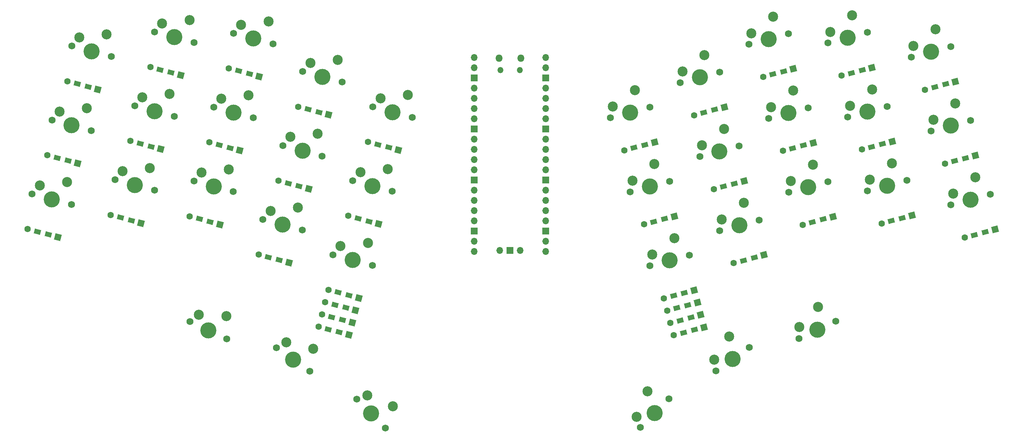
<source format=gbs>
G04 #@! TF.GenerationSoftware,KiCad,Pcbnew,(6.0.4)*
G04 #@! TF.CreationDate,2022-05-01T20:55:42-04:00*
G04 #@! TF.ProjectId,crowboard,63726f77-626f-4617-9264-2e6b69636164,rev?*
G04 #@! TF.SameCoordinates,Original*
G04 #@! TF.FileFunction,Soldermask,Bot*
G04 #@! TF.FilePolarity,Negative*
%FSLAX46Y46*%
G04 Gerber Fmt 4.6, Leading zero omitted, Abs format (unit mm)*
G04 Created by KiCad (PCBNEW (6.0.4)) date 2022-05-01 20:55:42*
%MOMM*%
%LPD*%
G01*
G04 APERTURE LIST*
G04 Aperture macros list*
%AMRotRect*
0 Rectangle, with rotation*
0 The origin of the aperture is its center*
0 $1 length*
0 $2 width*
0 $3 Rotation angle, in degrees counterclockwise*
0 Add horizontal line*
21,1,$1,$2,0,0,$3*%
G04 Aperture macros list end*
%ADD10C,1.750000*%
%ADD11C,4.000000*%
%ADD12C,2.500000*%
%ADD13RotRect,1.600000X1.200000X345.000000*%
%ADD14RotRect,1.600000X1.600000X345.000000*%
%ADD15C,1.600000*%
%ADD16RotRect,1.600000X1.200000X15.000000*%
%ADD17RotRect,1.600000X1.600000X15.000000*%
%ADD18O,1.500000X1.500000*%
%ADD19O,1.800000X1.800000*%
%ADD20O,1.700000X1.700000*%
%ADD21R,1.700000X1.700000*%
G04 APERTURE END LIST*
D10*
X87637726Y-87031338D03*
D11*
X92544629Y-88346139D03*
D10*
X97451532Y-89660940D03*
D12*
X89521852Y-84906587D03*
X96312881Y-84096636D03*
D13*
X39159473Y-72398128D03*
D14*
X41574288Y-73045175D03*
D15*
X34040066Y-71026387D03*
D13*
X36454881Y-71673434D03*
D16*
X199977492Y-59725756D03*
D17*
X202392307Y-59078709D03*
D16*
X197272900Y-60450450D03*
D15*
X194858085Y-61097497D03*
D10*
X70510764Y-42998160D03*
X60696958Y-40368558D03*
D11*
X65603861Y-41683359D03*
D12*
X62581084Y-38243807D03*
X69372113Y-37433856D03*
D17*
X264785284Y-71121827D03*
D16*
X262370469Y-71768874D03*
X259665877Y-72493568D03*
D15*
X257251062Y-73140615D03*
D11*
X223285982Y-78954529D03*
D10*
X228192885Y-77639728D03*
X218379079Y-80269330D03*
D12*
X218948404Y-77487178D03*
X224424633Y-73390225D03*
D14*
X103967265Y-61002057D03*
D13*
X101552450Y-60355010D03*
D15*
X96433043Y-58983269D03*
D13*
X98847858Y-59630316D03*
X113995646Y-87519918D03*
D14*
X116410461Y-88166965D03*
D15*
X108876239Y-86148177D03*
D13*
X111291054Y-86795224D03*
D14*
X111479959Y-106567852D03*
D13*
X109065144Y-105920805D03*
X106360552Y-105196111D03*
D15*
X103945737Y-104549064D03*
D10*
X35160087Y-62287241D03*
X44973893Y-64916843D03*
D11*
X40066990Y-63602042D03*
D12*
X37044213Y-60162490D03*
X43835242Y-59352539D03*
D16*
X204907994Y-78126643D03*
D17*
X207322809Y-77479596D03*
D16*
X202203402Y-78851337D03*
D15*
X199788587Y-79498384D03*
D17*
X244124583Y-67618590D03*
D16*
X241709768Y-68265637D03*
X239005176Y-68990331D03*
D15*
X236590361Y-69637378D03*
D11*
X85237373Y-42013640D03*
D10*
X90144276Y-43328441D03*
X80330470Y-40698839D03*
D12*
X82214596Y-38574088D03*
X89005625Y-37764137D03*
D13*
X96621947Y-78755897D03*
D14*
X99036762Y-79402944D03*
D13*
X93917355Y-78031203D03*
D15*
X91502540Y-77384156D03*
D13*
X74523183Y-87626059D03*
D14*
X76937998Y-88273106D03*
D13*
X71818591Y-86901365D03*
D15*
X69403776Y-86254318D03*
D11*
X201187218Y-70084367D03*
D10*
X196280315Y-71399168D03*
X206094121Y-68769566D03*
D12*
X196849640Y-68617016D03*
X202325869Y-64520063D03*
D10*
X208638037Y-118881203D03*
D11*
X204476745Y-121794971D03*
D10*
X200315453Y-124708739D03*
D12*
X199898892Y-121899651D03*
X203643623Y-116176794D03*
D16*
X222076256Y-68595918D03*
D17*
X224491071Y-67948871D03*
D15*
X216956849Y-69967659D03*
D16*
X219371664Y-69320612D03*
D14*
X62234988Y-69541938D03*
D13*
X59820173Y-68894891D03*
X57115581Y-68170197D03*
D15*
X54700766Y-67523150D03*
D11*
X35136488Y-82002929D03*
D10*
X30229585Y-80688128D03*
X40043391Y-83317730D03*
D12*
X32113711Y-78563377D03*
X38904740Y-77753426D03*
D14*
X57304486Y-87942825D03*
D13*
X54889671Y-87295778D03*
X52185079Y-86571084D03*
D15*
X49770264Y-85924037D03*
D13*
X91691445Y-97156784D03*
D14*
X94106260Y-97803831D03*
D15*
X86572038Y-95785043D03*
D13*
X88986853Y-96432090D03*
D14*
X86684300Y-51440598D03*
D13*
X84269485Y-50793551D03*
X81564893Y-50068857D03*
D15*
X79150078Y-49421810D03*
D14*
X36643785Y-91446062D03*
D13*
X34228970Y-90799015D03*
X31524378Y-90074321D03*
D15*
X29109563Y-89427274D03*
D10*
X228151586Y-43137275D03*
D11*
X233058489Y-41822474D03*
D10*
X237965392Y-40507673D03*
D12*
X228720911Y-40355123D03*
X234197140Y-36258170D03*
D10*
X50835952Y-77170332D03*
X60649758Y-79799934D03*
D11*
X55742855Y-78485133D03*
D12*
X52720078Y-75045581D03*
X59511107Y-74235630D03*
D11*
X44997493Y-45201155D03*
D10*
X49904396Y-46515956D03*
X40090590Y-43886354D03*
D12*
X41974716Y-41761603D03*
X48765745Y-40951652D03*
D10*
X193705258Y-95919915D03*
X183891452Y-98549517D03*
D11*
X188798355Y-97234716D03*
D12*
X184460777Y-95767365D03*
X189937006Y-91670412D03*
D10*
X118120736Y-138916360D03*
X110936532Y-131732156D03*
D11*
X114528634Y-135324258D03*
D12*
X113630608Y-130834130D03*
X119916788Y-133528207D03*
D10*
X114981097Y-59022702D03*
X124794903Y-61652304D03*
D11*
X119888000Y-60337503D03*
D12*
X116865223Y-56897951D03*
X123656252Y-56088000D03*
D16*
X182603793Y-68489776D03*
D17*
X185018608Y-67842729D03*
D15*
X177484386Y-69861517D03*
D16*
X179899201Y-69214470D03*
D14*
X46571198Y-54662082D03*
D13*
X44156383Y-54015035D03*
D15*
X39036976Y-52643294D03*
D13*
X41451791Y-53290341D03*
D10*
X258727626Y-83427728D03*
D11*
X263634529Y-82112927D03*
D10*
X268541432Y-80798126D03*
D12*
X259296951Y-80645576D03*
X264773180Y-76548623D03*
D11*
X253773523Y-45311153D03*
D10*
X248866620Y-46625954D03*
X258680426Y-43996352D03*
D12*
X249435945Y-43843802D03*
X254912174Y-39746849D03*
D10*
X174084780Y-61733185D03*
X183898586Y-59103583D03*
D11*
X178991683Y-60418384D03*
D12*
X174654105Y-58951033D03*
X180130334Y-54854080D03*
D10*
X92568229Y-68630451D03*
X102382035Y-71260053D03*
D11*
X97475132Y-69945252D03*
D12*
X94452355Y-66505700D03*
X101243384Y-65695749D03*
D17*
X195701364Y-107711318D03*
D16*
X193286549Y-108358365D03*
D15*
X188167142Y-109730106D03*
D16*
X190581957Y-109083059D03*
D11*
X183867852Y-78833829D03*
D10*
X188774755Y-77519028D03*
X178960949Y-80148630D03*
D12*
X179530274Y-77366478D03*
X185006503Y-73269525D03*
D11*
X75376368Y-78815414D03*
D10*
X70469465Y-77500613D03*
X80283271Y-80130215D03*
D12*
X72353591Y-75375862D03*
X79144620Y-74565911D03*
D11*
X80306871Y-60414527D03*
D10*
X75399968Y-59099726D03*
X85213774Y-61729328D03*
D12*
X77284094Y-56974975D03*
X84075123Y-56165024D03*
D11*
X237988992Y-60223361D03*
D10*
X242895895Y-58908560D03*
X233082089Y-61538162D03*
D12*
X233651414Y-58756010D03*
X239127643Y-54659057D03*
D11*
X95115308Y-121904969D03*
D10*
X90954016Y-118991201D03*
X99276600Y-124818737D03*
D12*
X93451223Y-117638997D03*
X100109722Y-119200561D03*
D18*
X151523000Y-49896000D03*
D19*
X151823000Y-46866000D03*
D18*
X146673000Y-49896000D03*
D19*
X146373000Y-46866000D03*
D20*
X140208000Y-46736000D03*
X140208000Y-49276000D03*
D21*
X140208000Y-51816000D03*
D20*
X140208000Y-54356000D03*
X140208000Y-56896000D03*
X140208000Y-59436000D03*
X140208000Y-61976000D03*
D21*
X140208000Y-64516000D03*
D20*
X140208000Y-67056000D03*
X140208000Y-69596000D03*
X140208000Y-72136000D03*
X140208000Y-74676000D03*
D21*
X140208000Y-77216000D03*
D20*
X140208000Y-79756000D03*
X140208000Y-82296000D03*
X140208000Y-84836000D03*
X140208000Y-87376000D03*
D21*
X140208000Y-89916000D03*
D20*
X140208000Y-92456000D03*
X140208000Y-94996000D03*
X157988000Y-94996000D03*
X157988000Y-92456000D03*
D21*
X157988000Y-89916000D03*
D20*
X157988000Y-87376000D03*
X157988000Y-84836000D03*
X157988000Y-82296000D03*
X157988000Y-79756000D03*
D21*
X157988000Y-77216000D03*
D20*
X157988000Y-74676000D03*
X157988000Y-72136000D03*
X157988000Y-69596000D03*
X157988000Y-67056000D03*
D21*
X157988000Y-64516000D03*
D20*
X157988000Y-61976000D03*
X157988000Y-59436000D03*
X157988000Y-56896000D03*
X157988000Y-54356000D03*
D21*
X157988000Y-51816000D03*
D20*
X157988000Y-49276000D03*
X157988000Y-46736000D03*
X146558000Y-94766000D03*
D21*
X149098000Y-94766000D03*
D20*
X151638000Y-94766000D03*
D16*
X194930050Y-114491994D03*
D17*
X197344865Y-113844947D03*
D16*
X192225458Y-115216688D03*
D15*
X189810643Y-115863735D03*
D17*
X194879613Y-104644503D03*
D16*
X192464798Y-105291550D03*
D15*
X187345391Y-106663291D03*
D16*
X189760206Y-106016244D03*
D10*
X181471318Y-138806362D03*
D11*
X185063420Y-135214260D03*
D10*
X188655522Y-131622158D03*
D12*
X180573292Y-136112286D03*
X183267369Y-129826106D03*
D10*
X109996261Y-77409030D03*
D11*
X114903164Y-78723831D03*
D10*
X119810067Y-80038632D03*
D12*
X111880387Y-75284279D03*
X118671416Y-74474328D03*
D11*
X196311048Y-51668921D03*
D10*
X191404145Y-52983722D03*
X201217951Y-50354120D03*
D12*
X191973470Y-50201570D03*
X197449699Y-46104617D03*
D10*
X105065758Y-95809917D03*
D11*
X109972661Y-97124718D03*
D10*
X114879564Y-98439519D03*
D12*
X106949884Y-93685166D03*
X113740913Y-92875215D03*
D17*
X212253312Y-95880483D03*
D16*
X209838497Y-96527530D03*
D15*
X204719090Y-97899271D03*
D16*
X207133905Y-97252224D03*
X246640271Y-86666524D03*
D17*
X249055086Y-86019477D03*
D16*
X243935679Y-87391218D03*
D15*
X241520864Y-88038265D03*
D13*
X64750676Y-50494004D03*
D14*
X67165491Y-51141051D03*
D15*
X59631269Y-49122263D03*
D13*
X62046084Y-49769310D03*
D14*
X109022925Y-115737627D03*
D13*
X106608110Y-115090580D03*
X103903518Y-114365886D03*
D15*
X101488703Y-113718839D03*
D10*
X253797123Y-65026841D03*
D11*
X258704026Y-63712040D03*
D10*
X263610929Y-62397239D03*
D12*
X254366448Y-62244689D03*
X259842677Y-58147736D03*
D10*
X97553065Y-50244122D03*
X107366871Y-52873724D03*
D11*
X102459968Y-51558923D03*
D12*
X99437191Y-48119371D03*
X106228220Y-47309420D03*
D16*
X236664562Y-49895485D03*
D17*
X239079377Y-49248438D03*
D15*
X231545155Y-51267226D03*
D16*
X233959970Y-50620179D03*
D10*
X201210818Y-89800055D03*
D11*
X206117721Y-88485254D03*
D10*
X211024624Y-87170453D03*
D12*
X201780143Y-87017903D03*
X207256372Y-82920950D03*
D11*
X225533571Y-114509310D03*
D10*
X230137615Y-112362409D03*
X220929527Y-116656211D03*
D12*
X221007088Y-113817464D03*
X225688692Y-108831816D03*
D16*
X187534296Y-86890663D03*
D17*
X189949111Y-86243616D03*
D16*
X184829704Y-87615357D03*
D15*
X182414889Y-88262404D03*
D17*
X229421574Y-86349758D03*
D16*
X227006759Y-86996805D03*
D15*
X221887352Y-88368546D03*
D16*
X224302167Y-87721499D03*
X267300972Y-90169761D03*
D17*
X269715787Y-89522714D03*
D15*
X262181565Y-91541502D03*
D16*
X264596380Y-90894455D03*
X257439966Y-53367987D03*
D17*
X259854781Y-52720940D03*
D15*
X252320559Y-54739728D03*
D16*
X254735374Y-54092681D03*
D11*
X213424976Y-42152755D03*
D10*
X218331879Y-40837954D03*
X208518073Y-43467556D03*
D12*
X209087398Y-40685404D03*
X214563627Y-36588451D03*
D16*
X217145753Y-50195031D03*
D17*
X219560568Y-49547984D03*
D15*
X212026346Y-51566772D03*
D16*
X214441161Y-50919725D03*
D11*
X242919495Y-78624248D03*
D10*
X238012592Y-79939049D03*
X247826398Y-77309447D03*
D12*
X238581917Y-77156897D03*
X244058146Y-73059944D03*
D13*
X107429860Y-112023766D03*
D14*
X109844675Y-112670813D03*
D15*
X102310453Y-110652025D03*
D13*
X104725268Y-111299072D03*
D14*
X81868501Y-69872219D03*
D13*
X79453686Y-69225172D03*
X76749094Y-68500478D03*
D15*
X74334279Y-67853431D03*
D17*
X196523114Y-110778132D03*
D16*
X194108299Y-111425179D03*
D15*
X188988892Y-112796920D03*
D16*
X191403707Y-112149873D03*
D14*
X110658208Y-109634666D03*
D13*
X108243393Y-108987619D03*
X105538801Y-108262925D03*
D15*
X103123986Y-107615878D03*
D14*
X121340964Y-69766078D03*
D13*
X118926149Y-69119031D03*
D15*
X113806742Y-67747290D03*
D13*
X116221557Y-68394337D03*
D11*
X60673358Y-60084246D03*
D10*
X55766455Y-58769445D03*
X65580261Y-61399047D03*
D12*
X57650581Y-56644694D03*
X64441610Y-55834743D03*
D11*
X218355479Y-60553642D03*
D10*
X213448576Y-61868443D03*
X223262382Y-59238841D03*
D12*
X214017901Y-59086291D03*
X219494130Y-54989338D03*
D11*
X74058482Y-114619308D03*
D10*
X78662526Y-116766209D03*
X69454438Y-112472407D03*
D12*
X71678900Y-110707111D03*
X78507405Y-111088715D03*
M02*

</source>
